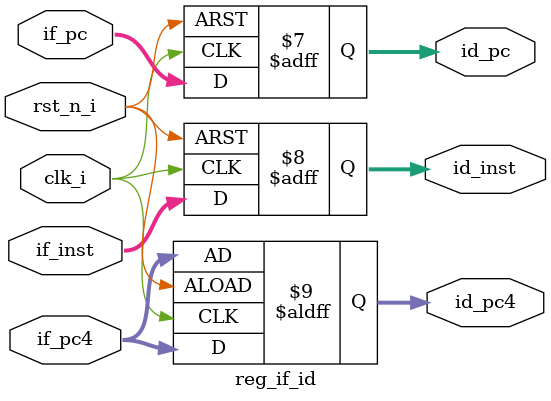
<source format=v>
`timescale 1ns / 1ps


module reg_if_id(
    input               clk_i,
    input               rst_n_i,
    
    input       [31:0]  if_pc4,
    input       [31:0]  if_inst,
    input       [31:0]  if_pc,
    
    output  reg [31:0]  id_pc4,
    output  reg [31:0]  id_inst,
    output  reg [31:0]  id_pc
    );
    // ¿ØÖÆ id_pc4
    always @ (posedge clk_i or negedge rst_n_i) begin
        if (~rst_n_i)   id_pc4 <= if_pc4;
        else            id_pc4 <= if_pc4;
    end
    
    // ¿ØÖÆ id_inst
    always @ (posedge clk_i or negedge rst_n_i) begin
        if (~rst_n_i)   id_inst <= 32'h0;
        else            id_inst <= if_inst;
    end
    
    // ¿ØÖÆ id_pc
    always @ (posedge clk_i or negedge rst_n_i) begin
        if (~rst_n_i)   id_pc <= 32'h0;
        else            id_pc <= if_pc;
    end
endmodule

</source>
